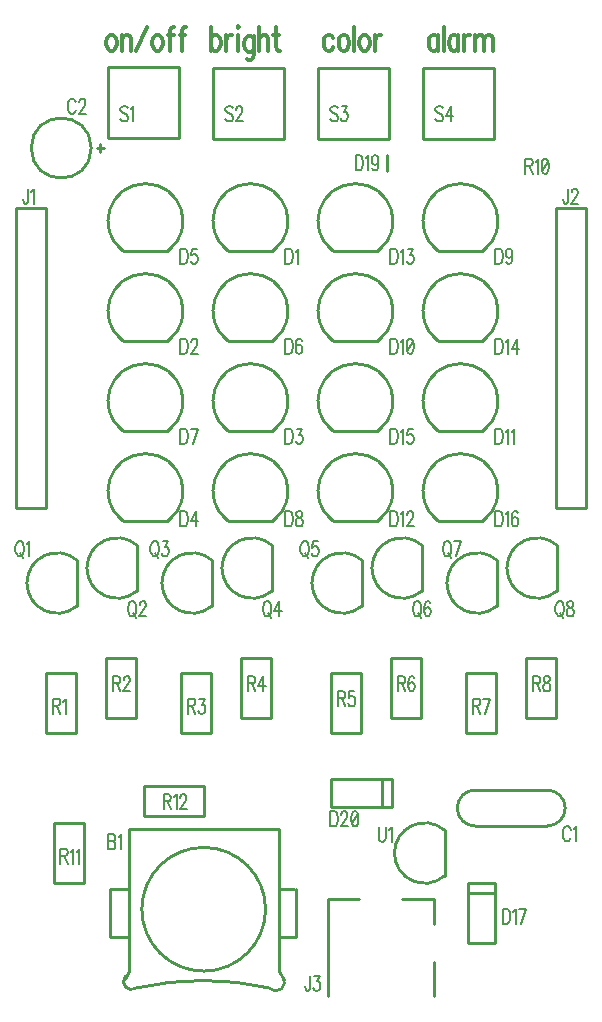
<source format=gbr>
G04 DipTrace 2.3.0.3*
%INTopSilk.gbr*%
%MOIN*%
%ADD10C,0.0098*%
%ADD73C,0.0077*%
%ADD74C,0.0124*%
%FSLAX44Y44*%
G04*
G70*
G90*
G75*
G01*
%LNTopSilk*%
%LPD*%
X8625Y7063D2*
D10*
G02X8625Y7063I2062J0D01*
G01*
X13187Y5001D2*
Y9750D1*
X8062Y4813D2*
G03X8437Y4438I219J-156D01*
G01*
X13312Y4813D2*
G02X12875Y4438I-219J-188D01*
G01*
G03X8437Y4438I-2219J-9717D01*
G01*
X13187Y9750D2*
X8187D1*
Y5001D1*
Y7750D2*
X7563D1*
Y6125D1*
X8187D1*
X13187Y7750D2*
X13688D1*
X13750D2*
Y6125D1*
X13187D2*
X13750D1*
X8187Y5001D2*
X8062Y4751D1*
X13187Y5001D2*
X13374Y4688D1*
X19738Y11037D2*
X22136D1*
X19738Y9837D2*
X22136D1*
G03X22136Y11037I1J600D01*
G01*
X19738D2*
G03X19738Y9837I-1J-600D01*
G01*
X7236Y32555D2*
Y32319D1*
X7354Y32437D2*
X7118D1*
X4937D2*
G02X4937Y32437I1000J0D01*
G01*
X12996Y29002D2*
X11498D1*
X12999Y29004D2*
G03X11495Y29004I-752J998D01*
G01*
X9496Y26002D2*
X7998D1*
X9499Y26004D2*
G03X7995Y26004I-752J998D01*
G01*
X12996Y23002D2*
X11498D1*
X12999Y23004D2*
G03X11495Y23004I-752J998D01*
G01*
X9496Y20002D2*
X7998D1*
X9499Y20004D2*
G03X7995Y20004I-752J998D01*
G01*
X9496Y29002D2*
X7998D1*
X9499Y29004D2*
G03X7995Y29004I-752J998D01*
G01*
X12996Y26002D2*
X11498D1*
X12999Y26004D2*
G03X11495Y26004I-752J998D01*
G01*
X9496Y23002D2*
X7998D1*
X9499Y23004D2*
G03X7995Y23004I-752J998D01*
G01*
X12996Y20002D2*
X11498D1*
X12999Y20004D2*
G03X11495Y20004I-752J998D01*
G01*
X19996Y29002D2*
X18498D1*
X19999Y29004D2*
G03X18495Y29004I-752J998D01*
G01*
X16496Y26002D2*
X14998D1*
X16499Y26004D2*
G03X14995Y26004I-752J998D01*
G01*
X19996Y23002D2*
X18498D1*
X19999Y23004D2*
G03X18495Y23004I-752J998D01*
G01*
X16496Y20002D2*
X14998D1*
X16499Y20004D2*
G03X14995Y20004I-752J998D01*
G01*
X16496Y29002D2*
X14998D1*
X16499Y29004D2*
G03X14995Y29004I-752J998D01*
G01*
X19996Y26002D2*
X18498D1*
X19999Y26004D2*
G03X18495Y26004I-752J998D01*
G01*
X16496Y23002D2*
X14998D1*
X16499Y23004D2*
G03X14995Y23004I-752J998D01*
G01*
X19996Y20002D2*
X18498D1*
X19999Y20004D2*
G03X18495Y20004I-752J998D01*
G01*
X19484Y7954D2*
X20390D1*
Y5944D1*
X19484Y7620D2*
X20390D1*
X19484Y5944D2*
X20390D1*
X19484Y7954D2*
Y5944D1*
X16813Y31681D2*
Y32193D1*
X16954Y11390D2*
Y10484D1*
X14944D1*
X16620Y11390D2*
Y10484D1*
X14944Y11390D2*
Y10484D1*
X16954Y11390D2*
X14944D1*
X23437Y30437D2*
X22437D1*
X23437Y20437D2*
Y30437D1*
Y20437D2*
X22437D1*
Y21187D1*
Y30437D1*
X5437D2*
X4437D1*
X5437Y20437D2*
Y30437D1*
Y20437D2*
X4437D1*
Y21187D1*
Y30437D1*
X17295Y7394D2*
X18358D1*
Y6567D1*
Y5307D2*
Y4165D1*
X14815D2*
Y7394D1*
X15878D1*
X6468Y17181D2*
G02X6468Y18693I-666J756D01*
G01*
Y17181D1*
X8468Y17681D2*
G02X8468Y19193I-666J756D01*
G01*
Y17681D1*
X10968Y17181D2*
G02X10968Y18693I-666J756D01*
G01*
Y17181D1*
X12968Y17681D2*
G02X12968Y19193I-666J756D01*
G01*
Y17681D1*
X15968Y17181D2*
G02X15968Y18693I-666J756D01*
G01*
Y17181D1*
X17968Y17681D2*
G02X17968Y19193I-666J756D01*
G01*
Y17681D1*
X20468Y17181D2*
G02X20468Y18693I-666J756D01*
G01*
Y17181D1*
X22468Y17681D2*
G02X22468Y19193I-666J756D01*
G01*
Y17681D1*
X6437Y14935D2*
Y12939D1*
X5437D2*
X6437D1*
X5437Y14935D2*
Y12939D1*
Y14935D2*
X6437D1*
X7437Y13439D2*
Y15435D1*
X8437D2*
X7437D1*
X8437Y13439D2*
Y15435D1*
Y13439D2*
X7437D1*
X10937Y14935D2*
Y12939D1*
X9937D2*
X10937D1*
X9937Y14935D2*
Y12939D1*
Y14935D2*
X10937D1*
X11937Y13439D2*
Y15435D1*
X12937D2*
X11937D1*
X12937Y13439D2*
Y15435D1*
Y13439D2*
X11937D1*
X15937Y14935D2*
Y12939D1*
X14937D2*
X15937D1*
X14937Y14935D2*
Y12939D1*
Y14935D2*
X15937D1*
X16937Y13439D2*
Y15435D1*
X17937D2*
X16937D1*
X17937Y13439D2*
Y15435D1*
Y13439D2*
X16937D1*
X20437Y14935D2*
Y12939D1*
X19437D2*
X20437D1*
X19437Y14935D2*
Y12939D1*
Y14935D2*
X20437D1*
X21437Y13439D2*
Y15435D1*
X22437D2*
X21437D1*
X22437Y13439D2*
Y15435D1*
Y13439D2*
X21437D1*
X5687Y7939D2*
Y9935D1*
X6687D2*
X5687D1*
X6687Y7939D2*
Y9935D1*
Y7939D2*
X5687D1*
X10685Y10187D2*
X8689D1*
Y11187D2*
Y10187D1*
X10685Y11187D2*
X8689D1*
X10685D2*
Y10187D1*
X16868Y32740D2*
X14506D1*
Y35102D1*
X16868D1*
Y32740D1*
X13368D2*
X11006D1*
Y35102D1*
X13368D1*
Y32740D1*
X7506Y35134D2*
X9868D1*
Y32772D1*
X7506D1*
Y35134D1*
X18006Y35101D2*
X20368D1*
Y32738D1*
X18006D1*
Y35101D1*
X18718Y8181D2*
G02X18718Y9693I-666J756D01*
G01*
Y8181D1*
X7571Y36209D2*
D74*
X7517Y36171D1*
X7464Y36095D1*
X7437Y35980D1*
Y35904D1*
X7464Y35789D1*
X7517Y35712D1*
X7571Y35674D1*
X7651D1*
X7705Y35712D1*
X7758Y35789D1*
X7786Y35904D1*
Y35980D1*
X7758Y36095D1*
X7705Y36171D1*
X7651Y36209D1*
X7571D1*
X7958D2*
Y35674D1*
Y36056D2*
X8039Y36171D1*
X8093Y36209D1*
X8173D1*
X8226Y36171D1*
X8253Y36056D1*
Y35674D1*
X8426D2*
X8801Y36477D1*
X9108Y36209D2*
X9055Y36171D1*
X9001Y36095D1*
X8974Y35980D1*
Y35904D1*
X9001Y35789D1*
X9055Y35712D1*
X9108Y35674D1*
X9188D1*
X9242Y35712D1*
X9295Y35789D1*
X9323Y35904D1*
Y35980D1*
X9295Y36095D1*
X9242Y36171D1*
X9188Y36209D1*
X9108D1*
X9710Y36477D2*
X9656D1*
X9603Y36439D1*
X9576Y36324D1*
Y35674D1*
X9495Y36209D2*
X9683D1*
X10097Y36477D2*
X10044D1*
X9990Y36439D1*
X9963Y36324D1*
Y35674D1*
X9883Y36209D2*
X10070D1*
X10937Y36477D2*
Y35674D1*
Y36095D2*
X10991Y36171D1*
X11044Y36209D1*
X11125D1*
X11178Y36171D1*
X11232Y36095D1*
X11258Y35980D1*
Y35904D1*
X11232Y35789D1*
X11178Y35712D1*
X11125Y35674D1*
X11044D1*
X10991Y35712D1*
X10937Y35789D1*
X11431Y36209D2*
Y35674D1*
Y35980D2*
X11458Y36095D1*
X11512Y36171D1*
X11566Y36209D1*
X11646D1*
X11819Y36477D2*
X11846Y36439D1*
X11873Y36477D1*
X11846Y36516D1*
X11819Y36477D1*
X11846Y36209D2*
Y35674D1*
X12367Y36171D2*
Y35559D1*
X12340Y35445D1*
X12314Y35406D1*
X12260Y35368D1*
X12179D1*
X12126Y35406D1*
X12367Y36056D2*
X12314Y36133D1*
X12260Y36171D1*
X12179D1*
X12126Y36133D1*
X12072Y36056D1*
X12046Y35942D1*
Y35865D1*
X12072Y35751D1*
X12126Y35674D1*
X12179Y35636D1*
X12260D1*
X12314Y35674D1*
X12367Y35751D1*
X12540Y36477D2*
Y35674D1*
Y36056D2*
X12620Y36171D1*
X12674Y36209D1*
X12755D1*
X12808Y36171D1*
X12835Y36056D1*
Y35674D1*
X13088Y36477D2*
Y35827D1*
X13115Y35712D1*
X13168Y35674D1*
X13222D1*
X13007Y36209D2*
X13195D1*
X18508D2*
Y35674D1*
Y36095D2*
X18455Y36171D1*
X18401Y36209D1*
X18321D1*
X18267Y36171D1*
X18214Y36095D1*
X18187Y35980D1*
Y35904D1*
X18214Y35789D1*
X18267Y35712D1*
X18321Y35674D1*
X18401D1*
X18455Y35712D1*
X18508Y35789D1*
X18681Y36477D2*
Y35674D1*
X19175Y36209D2*
Y35674D1*
Y36095D2*
X19122Y36171D1*
X19068Y36209D1*
X18988D1*
X18935Y36171D1*
X18881Y36095D1*
X18854Y35980D1*
Y35904D1*
X18881Y35789D1*
X18935Y35712D1*
X18988Y35674D1*
X19068D1*
X19122Y35712D1*
X19175Y35789D1*
X19348Y36209D2*
Y35674D1*
Y35980D2*
X19376Y36095D1*
X19429Y36171D1*
X19483Y36209D1*
X19563D1*
X19736D2*
Y35674D1*
Y36056D2*
X19817Y36171D1*
X19870Y36209D1*
X19950D1*
X20004Y36171D1*
X20031Y36056D1*
Y35674D1*
Y36056D2*
X20111Y36171D1*
X20165Y36209D1*
X20245D1*
X20299Y36171D1*
X20326Y36056D1*
Y35674D1*
X15009Y36095D2*
X14955Y36171D1*
X14901Y36209D1*
X14821D1*
X14767Y36171D1*
X14714Y36095D1*
X14687Y35980D1*
Y35904D1*
X14714Y35789D1*
X14767Y35712D1*
X14821Y35674D1*
X14901D1*
X14955Y35712D1*
X15009Y35789D1*
X15316Y36209D2*
X15262Y36171D1*
X15208Y36095D1*
X15182Y35980D1*
Y35904D1*
X15208Y35789D1*
X15262Y35712D1*
X15316Y35674D1*
X15396D1*
X15450Y35712D1*
X15503Y35789D1*
X15530Y35904D1*
Y35980D1*
X15503Y36095D1*
X15450Y36171D1*
X15396Y36209D1*
X15316D1*
X15703Y36477D2*
Y35674D1*
X16010Y36209D2*
X15957Y36171D1*
X15903Y36095D1*
X15876Y35980D1*
Y35904D1*
X15903Y35789D1*
X15957Y35712D1*
X16010Y35674D1*
X16090D1*
X16144Y35712D1*
X16197Y35789D1*
X16225Y35904D1*
Y35980D1*
X16197Y36095D1*
X16144Y36171D1*
X16090Y36209D1*
X16010D1*
X16398D2*
Y35674D1*
Y35980D2*
X16425Y36095D1*
X16478Y36171D1*
X16532Y36209D1*
X16612D1*
X5664Y13840D2*
D73*
X5814D1*
X5865Y13864D1*
X5882Y13888D1*
X5898Y13935D1*
Y13984D1*
X5882Y14031D1*
X5865Y14055D1*
X5814Y14079D1*
X5664D1*
Y13577D1*
X5781Y13840D2*
X5898Y13577D1*
X6006Y13983D2*
X6040Y14007D1*
X6090Y14079D1*
Y13577D1*
X7664Y14590D2*
X7814D1*
X7865Y14614D1*
X7882Y14638D1*
X7898Y14685D1*
Y14734D1*
X7882Y14781D1*
X7865Y14805D1*
X7814Y14829D1*
X7664D1*
Y14327D1*
X7781Y14590D2*
X7898Y14327D1*
X8023Y14709D2*
Y14733D1*
X8040Y14781D1*
X8057Y14805D1*
X8090Y14829D1*
X8157D1*
X8191Y14805D1*
X8207Y14781D1*
X8224Y14733D1*
Y14685D1*
X8207Y14637D1*
X8174Y14566D1*
X8006Y14327D1*
X8241D1*
X4514Y19329D2*
X4481Y19306D1*
X4448Y19258D1*
X4431Y19210D1*
X4414Y19138D1*
Y19019D1*
X4431Y18947D1*
X4448Y18899D1*
X4481Y18851D1*
X4514Y18827D1*
X4581D1*
X4615Y18851D1*
X4648Y18899D1*
X4665Y18947D1*
X4682Y19019D1*
Y19138D1*
X4665Y19210D1*
X4648Y19258D1*
X4615Y19306D1*
X4581Y19329D1*
X4514D1*
X4565Y18923D2*
X4665Y18779D1*
X4790Y19233D2*
X4824Y19257D1*
X4874Y19329D1*
Y18827D1*
X8264Y17329D2*
X8231Y17306D1*
X8198Y17258D1*
X8181Y17210D1*
X8164Y17138D1*
Y17019D1*
X8181Y16947D1*
X8198Y16899D1*
X8231Y16851D1*
X8264Y16827D1*
X8331D1*
X8365Y16851D1*
X8398Y16899D1*
X8415Y16947D1*
X8432Y17019D1*
Y17138D1*
X8415Y17210D1*
X8398Y17258D1*
X8365Y17306D1*
X8331Y17329D1*
X8264D1*
X8315Y16923D2*
X8415Y16779D1*
X8557Y17209D2*
Y17233D1*
X8574Y17281D1*
X8590Y17305D1*
X8624Y17329D1*
X8691D1*
X8724Y17305D1*
X8741Y17281D1*
X8758Y17233D1*
Y17185D1*
X8741Y17137D1*
X8708Y17066D1*
X8540Y16827D1*
X8774D1*
X9014Y19329D2*
X8981Y19306D1*
X8948Y19258D1*
X8931Y19210D1*
X8914Y19138D1*
Y19019D1*
X8931Y18947D1*
X8948Y18899D1*
X8981Y18851D1*
X9014Y18827D1*
X9081D1*
X9115Y18851D1*
X9148Y18899D1*
X9165Y18947D1*
X9182Y19019D1*
Y19138D1*
X9165Y19210D1*
X9148Y19258D1*
X9115Y19306D1*
X9081Y19329D1*
X9014D1*
X9065Y18923D2*
X9165Y18779D1*
X9324Y19329D2*
X9507D1*
X9407Y19137D1*
X9458D1*
X9491Y19114D1*
X9507Y19090D1*
X9524Y19018D1*
Y18970D1*
X9507Y18899D1*
X9474Y18851D1*
X9424Y18827D1*
X9374D1*
X9324Y18851D1*
X9307Y18875D1*
X9290Y18922D1*
X12764Y17329D2*
X12731Y17306D1*
X12698Y17258D1*
X12681Y17210D1*
X12664Y17138D1*
Y17019D1*
X12681Y16947D1*
X12698Y16899D1*
X12731Y16851D1*
X12764Y16827D1*
X12831D1*
X12865Y16851D1*
X12898Y16899D1*
X12915Y16947D1*
X12932Y17019D1*
Y17138D1*
X12915Y17210D1*
X12898Y17258D1*
X12865Y17306D1*
X12831Y17329D1*
X12764D1*
X12815Y16923D2*
X12915Y16779D1*
X13208Y16827D2*
Y17329D1*
X13040Y16994D1*
X13291D1*
X14014Y19329D2*
X13981Y19306D1*
X13948Y19258D1*
X13931Y19210D1*
X13914Y19138D1*
Y19019D1*
X13931Y18947D1*
X13948Y18899D1*
X13981Y18851D1*
X14014Y18827D1*
X14081D1*
X14115Y18851D1*
X14148Y18899D1*
X14165Y18947D1*
X14182Y19019D1*
Y19138D1*
X14165Y19210D1*
X14148Y19258D1*
X14115Y19306D1*
X14081Y19329D1*
X14014D1*
X14065Y18923D2*
X14165Y18779D1*
X14491Y19329D2*
X14324D1*
X14307Y19114D1*
X14324Y19137D1*
X14374Y19162D1*
X14424D1*
X14474Y19137D1*
X14508Y19090D1*
X14524Y19018D1*
Y18970D1*
X14508Y18899D1*
X14474Y18851D1*
X14424Y18827D1*
X14374D1*
X14324Y18851D1*
X14307Y18875D1*
X14290Y18922D1*
X17764Y17329D2*
X17731Y17306D1*
X17698Y17258D1*
X17681Y17210D1*
X17664Y17138D1*
Y17019D1*
X17681Y16947D1*
X17698Y16899D1*
X17731Y16851D1*
X17764Y16827D1*
X17831D1*
X17865Y16851D1*
X17898Y16899D1*
X17915Y16947D1*
X17932Y17019D1*
Y17138D1*
X17915Y17210D1*
X17898Y17258D1*
X17865Y17306D1*
X17831Y17329D1*
X17764D1*
X17815Y16923D2*
X17915Y16779D1*
X18241Y17257D2*
X18224Y17305D1*
X18174Y17329D1*
X18141D1*
X18090Y17305D1*
X18057Y17233D1*
X18040Y17114D1*
Y16994D1*
X18057Y16899D1*
X18090Y16851D1*
X18141Y16827D1*
X18157D1*
X18207Y16851D1*
X18241Y16899D1*
X18257Y16970D1*
Y16994D1*
X18241Y17066D1*
X18207Y17114D1*
X18157Y17137D1*
X18141D1*
X18090Y17114D1*
X18057Y17066D1*
X18040Y16994D1*
X18764Y19329D2*
X18731Y19306D1*
X18698Y19258D1*
X18681Y19210D1*
X18664Y19138D1*
Y19019D1*
X18681Y18947D1*
X18698Y18899D1*
X18731Y18851D1*
X18764Y18827D1*
X18831D1*
X18865Y18851D1*
X18898Y18899D1*
X18915Y18947D1*
X18932Y19019D1*
Y19138D1*
X18915Y19210D1*
X18898Y19258D1*
X18865Y19306D1*
X18831Y19329D1*
X18764D1*
X18815Y18923D2*
X18915Y18779D1*
X19107Y18827D2*
X19274Y19329D1*
X19040D1*
X22514Y17329D2*
X22481Y17306D1*
X22448Y17258D1*
X22431Y17210D1*
X22414Y17138D1*
Y17019D1*
X22431Y16947D1*
X22448Y16899D1*
X22481Y16851D1*
X22514Y16827D1*
X22581D1*
X22615Y16851D1*
X22648Y16899D1*
X22665Y16947D1*
X22682Y17019D1*
Y17138D1*
X22665Y17210D1*
X22648Y17258D1*
X22615Y17306D1*
X22581Y17329D1*
X22514D1*
X22565Y16923D2*
X22665Y16779D1*
X22874Y17329D2*
X22824Y17305D1*
X22807Y17257D1*
Y17209D1*
X22824Y17162D1*
X22857Y17137D1*
X22924Y17114D1*
X22974Y17090D1*
X23007Y17042D1*
X23024Y16994D1*
Y16922D1*
X23007Y16875D1*
X22991Y16851D1*
X22941Y16827D1*
X22874D1*
X22824Y16851D1*
X22807Y16875D1*
X22790Y16922D1*
Y16994D1*
X22807Y17042D1*
X22840Y17090D1*
X22890Y17114D1*
X22957Y17137D1*
X22991Y17162D1*
X23007Y17209D1*
Y17257D1*
X22991Y17305D1*
X22941Y17329D1*
X22874D1*
X10164Y13840D2*
X10314D1*
X10365Y13864D1*
X10382Y13888D1*
X10398Y13935D1*
Y13984D1*
X10382Y14031D1*
X10365Y14055D1*
X10314Y14079D1*
X10164D1*
Y13577D1*
X10281Y13840D2*
X10398Y13577D1*
X10540Y14079D2*
X10724D1*
X10624Y13887D1*
X10674D1*
X10707Y13864D1*
X10724Y13840D1*
X10741Y13768D1*
Y13720D1*
X10724Y13649D1*
X10691Y13601D1*
X10640Y13577D1*
X10590D1*
X10540Y13601D1*
X10523Y13625D1*
X10506Y13672D1*
X12164Y14590D2*
X12314D1*
X12365Y14614D1*
X12382Y14638D1*
X12398Y14685D1*
Y14734D1*
X12382Y14781D1*
X12365Y14805D1*
X12314Y14829D1*
X12164D1*
Y14327D1*
X12281Y14590D2*
X12398Y14327D1*
X12674D2*
Y14829D1*
X12506Y14494D1*
X12757D1*
X15164Y14090D2*
X15314D1*
X15365Y14114D1*
X15382Y14138D1*
X15398Y14185D1*
Y14234D1*
X15382Y14281D1*
X15365Y14305D1*
X15314Y14329D1*
X15164D1*
Y13827D1*
X15281Y14090D2*
X15398Y13827D1*
X15707Y14329D2*
X15540D1*
X15523Y14114D1*
X15540Y14137D1*
X15590Y14162D1*
X15640D1*
X15691Y14137D1*
X15724Y14090D1*
X15741Y14018D1*
Y13970D1*
X15724Y13899D1*
X15691Y13851D1*
X15640Y13827D1*
X15590D1*
X15540Y13851D1*
X15523Y13875D1*
X15506Y13922D1*
X17164Y14590D2*
X17314D1*
X17365Y14614D1*
X17382Y14638D1*
X17398Y14685D1*
Y14734D1*
X17382Y14781D1*
X17365Y14805D1*
X17314Y14829D1*
X17164D1*
Y14327D1*
X17281Y14590D2*
X17398Y14327D1*
X17707Y14757D2*
X17691Y14805D1*
X17640Y14829D1*
X17607D1*
X17557Y14805D1*
X17523Y14733D1*
X17506Y14614D1*
Y14494D1*
X17523Y14399D1*
X17557Y14351D1*
X17607Y14327D1*
X17624D1*
X17674Y14351D1*
X17707Y14399D1*
X17724Y14470D1*
Y14494D1*
X17707Y14566D1*
X17674Y14614D1*
X17624Y14637D1*
X17607D1*
X17557Y14614D1*
X17523Y14566D1*
X17506Y14494D1*
X19664Y13840D2*
X19814D1*
X19865Y13864D1*
X19882Y13888D1*
X19898Y13935D1*
Y13984D1*
X19882Y14031D1*
X19865Y14055D1*
X19814Y14079D1*
X19664D1*
Y13577D1*
X19781Y13840D2*
X19898Y13577D1*
X20073D2*
X20241Y14079D1*
X20006D1*
X21664Y14590D2*
X21814D1*
X21865Y14614D1*
X21882Y14638D1*
X21898Y14685D1*
Y14734D1*
X21882Y14781D1*
X21865Y14805D1*
X21814Y14829D1*
X21664D1*
Y14327D1*
X21781Y14590D2*
X21898Y14327D1*
X22090Y14829D2*
X22040Y14805D1*
X22023Y14757D1*
Y14709D1*
X22040Y14662D1*
X22073Y14637D1*
X22140Y14614D1*
X22191Y14590D1*
X22224Y14542D1*
X22240Y14494D1*
Y14422D1*
X22224Y14375D1*
X22207Y14351D1*
X22157Y14327D1*
X22090D1*
X22040Y14351D1*
X22023Y14375D1*
X22006Y14422D1*
Y14494D1*
X22023Y14542D1*
X22057Y14590D1*
X22107Y14614D1*
X22174Y14637D1*
X22207Y14662D1*
X22224Y14709D1*
Y14757D1*
X22207Y14805D1*
X22157Y14829D1*
X22090D1*
X20664Y7079D2*
Y6577D1*
X20781D1*
X20831Y6601D1*
X20865Y6649D1*
X20882Y6697D1*
X20898Y6768D1*
Y6888D1*
X20882Y6960D1*
X20865Y7007D1*
X20831Y7055D1*
X20781Y7079D1*
X20664D1*
X21006Y6983D2*
X21040Y7007D1*
X21090Y7079D1*
Y6577D1*
X21265D2*
X21433Y7079D1*
X21198D1*
X22915Y9710D2*
X22898Y9757D1*
X22865Y9805D1*
X22831Y9829D1*
X22764D1*
X22731Y9805D1*
X22698Y9757D1*
X22680Y9710D1*
X22664Y9638D1*
Y9518D1*
X22680Y9447D1*
X22698Y9399D1*
X22731Y9351D1*
X22764Y9327D1*
X22831D1*
X22865Y9351D1*
X22898Y9399D1*
X22915Y9447D1*
X23023Y9733D2*
X23057Y9757D1*
X23107Y9829D1*
Y9327D1*
X6415Y33960D2*
X6398Y34007D1*
X6365Y34055D1*
X6331Y34079D1*
X6264D1*
X6231Y34055D1*
X6198Y34007D1*
X6180Y33960D1*
X6164Y33888D1*
Y33768D1*
X6180Y33697D1*
X6198Y33649D1*
X6231Y33601D1*
X6264Y33577D1*
X6331D1*
X6365Y33601D1*
X6398Y33649D1*
X6415Y33697D1*
X6540Y33959D2*
Y33983D1*
X6557Y34031D1*
X6573Y34055D1*
X6607Y34079D1*
X6674D1*
X6707Y34055D1*
X6724Y34031D1*
X6741Y33983D1*
Y33935D1*
X6724Y33887D1*
X6691Y33816D1*
X6523Y33577D1*
X6757D1*
X13414Y29079D2*
Y28577D1*
X13531D1*
X13581Y28601D1*
X13615Y28649D1*
X13632Y28697D1*
X13648Y28768D1*
Y28888D1*
X13632Y28960D1*
X13615Y29007D1*
X13581Y29055D1*
X13531Y29079D1*
X13414D1*
X13756Y28983D2*
X13790Y29007D1*
X13840Y29079D1*
Y28577D1*
X9914Y26079D2*
Y25577D1*
X10031D1*
X10081Y25601D1*
X10115Y25649D1*
X10132Y25697D1*
X10148Y25768D1*
Y25888D1*
X10132Y25960D1*
X10115Y26007D1*
X10081Y26055D1*
X10031Y26079D1*
X9914D1*
X10273Y25959D2*
Y25983D1*
X10290Y26031D1*
X10307Y26055D1*
X10340Y26079D1*
X10407D1*
X10441Y26055D1*
X10457Y26031D1*
X10474Y25983D1*
Y25935D1*
X10457Y25887D1*
X10424Y25816D1*
X10256Y25577D1*
X10491D1*
X13414Y23079D2*
Y22577D1*
X13531D1*
X13581Y22601D1*
X13615Y22649D1*
X13632Y22697D1*
X13648Y22768D1*
Y22888D1*
X13632Y22960D1*
X13615Y23007D1*
X13581Y23055D1*
X13531Y23079D1*
X13414D1*
X13790D2*
X13974D1*
X13874Y22887D1*
X13924D1*
X13957Y22864D1*
X13974Y22840D1*
X13991Y22768D1*
Y22720D1*
X13974Y22649D1*
X13941Y22601D1*
X13890Y22577D1*
X13840D1*
X13790Y22601D1*
X13773Y22625D1*
X13756Y22672D1*
X9914Y20329D2*
Y19827D1*
X10031D1*
X10081Y19851D1*
X10115Y19899D1*
X10132Y19947D1*
X10148Y20018D1*
Y20138D1*
X10132Y20210D1*
X10115Y20257D1*
X10081Y20305D1*
X10031Y20329D1*
X9914D1*
X10424Y19827D2*
Y20329D1*
X10256Y19994D1*
X10507D1*
X9914Y29079D2*
Y28577D1*
X10031D1*
X10081Y28601D1*
X10115Y28649D1*
X10132Y28697D1*
X10148Y28768D1*
Y28888D1*
X10132Y28960D1*
X10115Y29007D1*
X10081Y29055D1*
X10031Y29079D1*
X9914D1*
X10457D2*
X10290D1*
X10273Y28864D1*
X10290Y28887D1*
X10340Y28912D1*
X10390D1*
X10441Y28887D1*
X10474Y28840D1*
X10491Y28768D1*
Y28720D1*
X10474Y28649D1*
X10441Y28601D1*
X10390Y28577D1*
X10340D1*
X10290Y28601D1*
X10273Y28625D1*
X10256Y28672D1*
X13414Y26079D2*
Y25577D1*
X13531D1*
X13581Y25601D1*
X13615Y25649D1*
X13632Y25697D1*
X13648Y25768D1*
Y25888D1*
X13632Y25960D1*
X13615Y26007D1*
X13581Y26055D1*
X13531Y26079D1*
X13414D1*
X13957Y26007D2*
X13941Y26055D1*
X13890Y26079D1*
X13857D1*
X13807Y26055D1*
X13773Y25983D1*
X13756Y25864D1*
Y25744D1*
X13773Y25649D1*
X13807Y25601D1*
X13857Y25577D1*
X13874D1*
X13924Y25601D1*
X13957Y25649D1*
X13974Y25720D1*
Y25744D1*
X13957Y25816D1*
X13924Y25864D1*
X13874Y25887D1*
X13857D1*
X13807Y25864D1*
X13773Y25816D1*
X13756Y25744D1*
X9914Y23079D2*
Y22577D1*
X10031D1*
X10081Y22601D1*
X10115Y22649D1*
X10132Y22697D1*
X10148Y22768D1*
Y22888D1*
X10132Y22960D1*
X10115Y23007D1*
X10081Y23055D1*
X10031Y23079D1*
X9914D1*
X10323Y22577D2*
X10491Y23079D1*
X10256D1*
X13414Y20329D2*
Y19827D1*
X13531D1*
X13581Y19851D1*
X13615Y19899D1*
X13632Y19947D1*
X13648Y20018D1*
Y20138D1*
X13632Y20210D1*
X13615Y20257D1*
X13581Y20305D1*
X13531Y20329D1*
X13414D1*
X13840D2*
X13790Y20305D1*
X13773Y20257D1*
Y20209D1*
X13790Y20162D1*
X13823Y20137D1*
X13890Y20114D1*
X13941Y20090D1*
X13974Y20042D1*
X13990Y19994D1*
Y19922D1*
X13974Y19875D1*
X13957Y19851D1*
X13907Y19827D1*
X13840D1*
X13790Y19851D1*
X13773Y19875D1*
X13756Y19922D1*
Y19994D1*
X13773Y20042D1*
X13807Y20090D1*
X13857Y20114D1*
X13924Y20137D1*
X13957Y20162D1*
X13974Y20209D1*
Y20257D1*
X13957Y20305D1*
X13907Y20329D1*
X13840D1*
X20414Y29079D2*
Y28577D1*
X20531D1*
X20581Y28601D1*
X20615Y28649D1*
X20632Y28697D1*
X20648Y28768D1*
Y28888D1*
X20632Y28960D1*
X20615Y29007D1*
X20581Y29055D1*
X20531Y29079D1*
X20414D1*
X20974Y28912D2*
X20957Y28840D1*
X20924Y28792D1*
X20874Y28768D1*
X20857D1*
X20807Y28792D1*
X20773Y28840D1*
X20756Y28912D1*
Y28935D1*
X20773Y29007D1*
X20807Y29055D1*
X20857Y29079D1*
X20874D1*
X20924Y29055D1*
X20957Y29007D1*
X20974Y28912D1*
Y28792D1*
X20957Y28672D1*
X20924Y28601D1*
X20874Y28577D1*
X20840D1*
X20790Y28601D1*
X20773Y28649D1*
X16914Y26079D2*
Y25577D1*
X17031D1*
X17081Y25601D1*
X17115Y25649D1*
X17132Y25697D1*
X17148Y25768D1*
Y25888D1*
X17132Y25960D1*
X17115Y26007D1*
X17081Y26055D1*
X17031Y26079D1*
X16914D1*
X17256Y25983D2*
X17290Y26007D1*
X17340Y26079D1*
Y25577D1*
X17549Y26079D2*
X17499Y26055D1*
X17465Y25983D1*
X17448Y25864D1*
Y25792D1*
X17465Y25672D1*
X17499Y25601D1*
X17549Y25577D1*
X17582D1*
X17633Y25601D1*
X17666Y25672D1*
X17683Y25792D1*
Y25864D1*
X17666Y25983D1*
X17633Y26055D1*
X17582Y26079D1*
X17549D1*
X17666Y25983D2*
X17465Y25672D1*
X20414Y23079D2*
Y22577D1*
X20531D1*
X20581Y22601D1*
X20615Y22649D1*
X20632Y22697D1*
X20648Y22768D1*
Y22888D1*
X20632Y22960D1*
X20615Y23007D1*
X20581Y23055D1*
X20531Y23079D1*
X20414D1*
X20756Y22983D2*
X20790Y23007D1*
X20840Y23079D1*
Y22577D1*
X20948Y22983D2*
X20982Y23007D1*
X21032Y23079D1*
Y22577D1*
X16914Y20329D2*
Y19827D1*
X17031D1*
X17081Y19851D1*
X17115Y19899D1*
X17132Y19947D1*
X17148Y20018D1*
Y20138D1*
X17132Y20210D1*
X17115Y20257D1*
X17081Y20305D1*
X17031Y20329D1*
X16914D1*
X17256Y20233D2*
X17290Y20257D1*
X17340Y20329D1*
Y19827D1*
X17465Y20209D2*
Y20233D1*
X17482Y20281D1*
X17499Y20305D1*
X17532Y20329D1*
X17599D1*
X17633Y20305D1*
X17649Y20281D1*
X17666Y20233D1*
Y20185D1*
X17649Y20137D1*
X17616Y20066D1*
X17448Y19827D1*
X17683D1*
X16914Y29079D2*
Y28577D1*
X17031D1*
X17081Y28601D1*
X17115Y28649D1*
X17132Y28697D1*
X17148Y28768D1*
Y28888D1*
X17132Y28960D1*
X17115Y29007D1*
X17081Y29055D1*
X17031Y29079D1*
X16914D1*
X17256Y28983D2*
X17290Y29007D1*
X17340Y29079D1*
Y28577D1*
X17482Y29079D2*
X17666D1*
X17566Y28887D1*
X17616D1*
X17649Y28864D1*
X17666Y28840D1*
X17683Y28768D1*
Y28720D1*
X17666Y28649D1*
X17633Y28601D1*
X17582Y28577D1*
X17532D1*
X17482Y28601D1*
X17465Y28625D1*
X17448Y28672D1*
X20414Y26079D2*
Y25577D1*
X20531D1*
X20581Y25601D1*
X20615Y25649D1*
X20632Y25697D1*
X20648Y25768D1*
Y25888D1*
X20632Y25960D1*
X20615Y26007D1*
X20581Y26055D1*
X20531Y26079D1*
X20414D1*
X20756Y25983D2*
X20790Y26007D1*
X20840Y26079D1*
Y25577D1*
X21116D2*
Y26079D1*
X20948Y25744D1*
X21199D1*
X16914Y23079D2*
Y22577D1*
X17031D1*
X17081Y22601D1*
X17115Y22649D1*
X17132Y22697D1*
X17148Y22768D1*
Y22888D1*
X17132Y22960D1*
X17115Y23007D1*
X17081Y23055D1*
X17031Y23079D1*
X16914D1*
X17256Y22983D2*
X17290Y23007D1*
X17340Y23079D1*
Y22577D1*
X17649Y23079D2*
X17482D1*
X17465Y22864D1*
X17482Y22887D1*
X17532Y22912D1*
X17582D1*
X17633Y22887D1*
X17666Y22840D1*
X17683Y22768D1*
Y22720D1*
X17666Y22649D1*
X17633Y22601D1*
X17582Y22577D1*
X17532D1*
X17482Y22601D1*
X17465Y22625D1*
X17448Y22672D1*
X20414Y20329D2*
Y19827D1*
X20531D1*
X20581Y19851D1*
X20615Y19899D1*
X20632Y19947D1*
X20648Y20018D1*
Y20138D1*
X20632Y20210D1*
X20615Y20257D1*
X20581Y20305D1*
X20531Y20329D1*
X20414D1*
X20756Y20233D2*
X20790Y20257D1*
X20840Y20329D1*
Y19827D1*
X21149Y20257D2*
X21133Y20305D1*
X21082Y20329D1*
X21049D1*
X20999Y20305D1*
X20965Y20233D1*
X20948Y20114D1*
Y19994D1*
X20965Y19899D1*
X20999Y19851D1*
X21049Y19827D1*
X21066D1*
X21116Y19851D1*
X21149Y19899D1*
X21166Y19970D1*
Y19994D1*
X21149Y20066D1*
X21116Y20114D1*
X21066Y20137D1*
X21049D1*
X20999Y20114D1*
X20965Y20066D1*
X20948Y19994D1*
X8148Y33757D2*
X8115Y33805D1*
X8065Y33829D1*
X7998D1*
X7948Y33805D1*
X7914Y33757D1*
Y33710D1*
X7931Y33662D1*
X7948Y33638D1*
X7981Y33614D1*
X8081Y33566D1*
X8115Y33542D1*
X8132Y33518D1*
X8148Y33470D1*
Y33399D1*
X8115Y33351D1*
X8065Y33327D1*
X7998D1*
X7948Y33351D1*
X7914Y33399D1*
X8256Y33733D2*
X8290Y33757D1*
X8340Y33829D1*
Y33327D1*
X11648Y33757D2*
X11615Y33805D1*
X11565Y33829D1*
X11498D1*
X11448Y33805D1*
X11414Y33757D1*
Y33710D1*
X11431Y33662D1*
X11448Y33638D1*
X11481Y33614D1*
X11581Y33566D1*
X11615Y33542D1*
X11632Y33518D1*
X11648Y33470D1*
Y33399D1*
X11615Y33351D1*
X11565Y33327D1*
X11498D1*
X11448Y33351D1*
X11414Y33399D1*
X11773Y33709D2*
Y33733D1*
X11790Y33781D1*
X11807Y33805D1*
X11840Y33829D1*
X11907D1*
X11941Y33805D1*
X11957Y33781D1*
X11974Y33733D1*
Y33685D1*
X11957Y33637D1*
X11924Y33566D1*
X11756Y33327D1*
X11991D1*
X15148Y33757D2*
X15115Y33805D1*
X15065Y33829D1*
X14998D1*
X14948Y33805D1*
X14914Y33757D1*
Y33710D1*
X14931Y33662D1*
X14948Y33638D1*
X14981Y33614D1*
X15081Y33566D1*
X15115Y33542D1*
X15132Y33518D1*
X15148Y33470D1*
Y33399D1*
X15115Y33351D1*
X15065Y33327D1*
X14998D1*
X14948Y33351D1*
X14914Y33399D1*
X15290Y33829D2*
X15474D1*
X15374Y33637D1*
X15424D1*
X15457Y33614D1*
X15474Y33590D1*
X15491Y33518D1*
Y33470D1*
X15474Y33399D1*
X15441Y33351D1*
X15390Y33327D1*
X15340D1*
X15290Y33351D1*
X15273Y33375D1*
X15256Y33422D1*
X18648Y33757D2*
X18615Y33805D1*
X18565Y33829D1*
X18498D1*
X18448Y33805D1*
X18414Y33757D1*
Y33710D1*
X18431Y33662D1*
X18448Y33638D1*
X18481Y33614D1*
X18581Y33566D1*
X18615Y33542D1*
X18632Y33518D1*
X18648Y33470D1*
Y33399D1*
X18615Y33351D1*
X18565Y33327D1*
X18498D1*
X18448Y33351D1*
X18414Y33399D1*
X18924Y33327D2*
Y33829D1*
X18756Y33494D1*
X19007D1*
X4831Y31079D2*
Y30697D1*
X4815Y30625D1*
X4798Y30601D1*
X4764Y30577D1*
X4731D1*
X4698Y30601D1*
X4681Y30625D1*
X4664Y30697D1*
Y30744D1*
X4939Y30983D2*
X4973Y31007D1*
X5023Y31079D1*
Y30577D1*
X22831Y31079D2*
Y30697D1*
X22815Y30625D1*
X22798Y30601D1*
X22764Y30577D1*
X22731D1*
X22698Y30601D1*
X22681Y30625D1*
X22664Y30697D1*
Y30744D1*
X22956Y30959D2*
Y30983D1*
X22973Y31031D1*
X22990Y31055D1*
X23023Y31079D1*
X23090D1*
X23124Y31055D1*
X23140Y31031D1*
X23157Y30983D1*
Y30935D1*
X23140Y30887D1*
X23107Y30816D1*
X22939Y30577D1*
X23174D1*
X14237Y4846D2*
Y4464D1*
X14220Y4392D1*
X14203Y4368D1*
X14170Y4344D1*
X14136D1*
X14103Y4368D1*
X14086Y4392D1*
X14069Y4464D1*
Y4512D1*
X14379Y4846D2*
X14562D1*
X14462Y4655D1*
X14512D1*
X14546Y4631D1*
X14562Y4607D1*
X14579Y4535D1*
Y4488D1*
X14562Y4416D1*
X14529Y4368D1*
X14479Y4344D1*
X14429D1*
X14379Y4368D1*
X14362Y4392D1*
X14345Y4440D1*
X7508Y9562D2*
Y9059D1*
X7659D1*
X7710Y9084D1*
X7726Y9108D1*
X7743Y9155D1*
Y9227D1*
X7726Y9275D1*
X7710Y9299D1*
X7659Y9323D1*
X7710Y9347D1*
X7726Y9371D1*
X7743Y9418D1*
Y9466D1*
X7726Y9514D1*
X7710Y9538D1*
X7659Y9562D1*
X7508D1*
Y9323D2*
X7659D1*
X7851Y9466D2*
X7885Y9490D1*
X7935Y9561D1*
Y9059D1*
X15752Y32193D2*
Y31690D1*
X15869D1*
X15919Y31715D1*
X15953Y31762D1*
X15969Y31810D1*
X15986Y31881D1*
Y32001D1*
X15969Y32073D1*
X15953Y32121D1*
X15919Y32169D1*
X15869Y32193D1*
X15752D1*
X16094Y32096D2*
X16128Y32121D1*
X16178Y32192D1*
Y31690D1*
X16504Y32025D2*
X16487Y31953D1*
X16454Y31905D1*
X16403Y31881D1*
X16387D1*
X16336Y31905D1*
X16303Y31953D1*
X16286Y32025D1*
Y32049D1*
X16303Y32121D1*
X16336Y32168D1*
X16387Y32192D1*
X16403D1*
X16454Y32168D1*
X16487Y32121D1*
X16504Y32025D1*
Y31905D1*
X16487Y31786D1*
X16454Y31714D1*
X16403Y31690D1*
X16370D1*
X16320Y31714D1*
X16303Y31762D1*
X21414Y31840D2*
X21564D1*
X21615Y31864D1*
X21632Y31888D1*
X21648Y31935D1*
Y31984D1*
X21632Y32031D1*
X21615Y32055D1*
X21564Y32079D1*
X21414D1*
Y31577D1*
X21531Y31840D2*
X21648Y31577D1*
X21756Y31983D2*
X21790Y32007D1*
X21840Y32079D1*
Y31577D1*
X22049Y32079D2*
X21999Y32055D1*
X21965Y31983D1*
X21948Y31864D1*
Y31792D1*
X21965Y31672D1*
X21999Y31601D1*
X22049Y31577D1*
X22082D1*
X22133Y31601D1*
X22166Y31672D1*
X22183Y31792D1*
Y31864D1*
X22166Y31983D1*
X22133Y32055D1*
X22082Y32079D1*
X22049D1*
X22166Y31983D2*
X21965Y31672D1*
X5914Y8840D2*
X6064D1*
X6115Y8864D1*
X6132Y8888D1*
X6148Y8935D1*
Y8984D1*
X6132Y9031D1*
X6115Y9055D1*
X6064Y9079D1*
X5914D1*
Y8577D1*
X6031Y8840D2*
X6148Y8577D1*
X6256Y8983D2*
X6290Y9007D1*
X6340Y9079D1*
Y8577D1*
X6448Y8983D2*
X6482Y9007D1*
X6532Y9079D1*
Y8577D1*
X9357Y10661D2*
X9507D1*
X9558Y10686D1*
X9575Y10709D1*
X9591Y10757D1*
Y10805D1*
X9575Y10853D1*
X9558Y10877D1*
X9507Y10901D1*
X9357D1*
Y10398D1*
X9474Y10661D2*
X9591Y10398D1*
X9699Y10804D2*
X9733Y10829D1*
X9783Y10900D1*
Y10398D1*
X9908Y10781D2*
Y10804D1*
X9925Y10853D1*
X9942Y10876D1*
X9975Y10900D1*
X10042D1*
X10075Y10876D1*
X10092Y10853D1*
X10109Y10804D1*
Y10757D1*
X10092Y10709D1*
X10059Y10638D1*
X9891Y10398D1*
X10126D1*
X14914Y10329D2*
Y9827D1*
X15031D1*
X15081Y9851D1*
X15115Y9899D1*
X15132Y9947D1*
X15148Y10018D1*
Y10138D1*
X15132Y10210D1*
X15115Y10257D1*
X15081Y10305D1*
X15031Y10329D1*
X14914D1*
X15273Y10209D2*
Y10233D1*
X15290Y10281D1*
X15307Y10305D1*
X15340Y10329D1*
X15407D1*
X15441Y10305D1*
X15457Y10281D1*
X15474Y10233D1*
Y10185D1*
X15457Y10137D1*
X15424Y10066D1*
X15256Y9827D1*
X15491D1*
X15699Y10329D2*
X15649Y10305D1*
X15616Y10233D1*
X15599Y10114D1*
Y10042D1*
X15616Y9922D1*
X15649Y9851D1*
X15699Y9827D1*
X15733D1*
X15783Y9851D1*
X15816Y9922D1*
X15833Y10042D1*
Y10114D1*
X15816Y10233D1*
X15783Y10305D1*
X15733Y10329D1*
X15699D1*
X15816Y10233D2*
X15616Y9922D1*
X16521Y9801D2*
Y9442D1*
X16538Y9370D1*
X16571Y9323D1*
X16622Y9298D1*
X16655D1*
X16705Y9323D1*
X16739Y9370D1*
X16756Y9442D1*
Y9801D1*
X16864Y9704D2*
X16897Y9729D1*
X16948Y9800D1*
Y9298D1*
M02*

</source>
